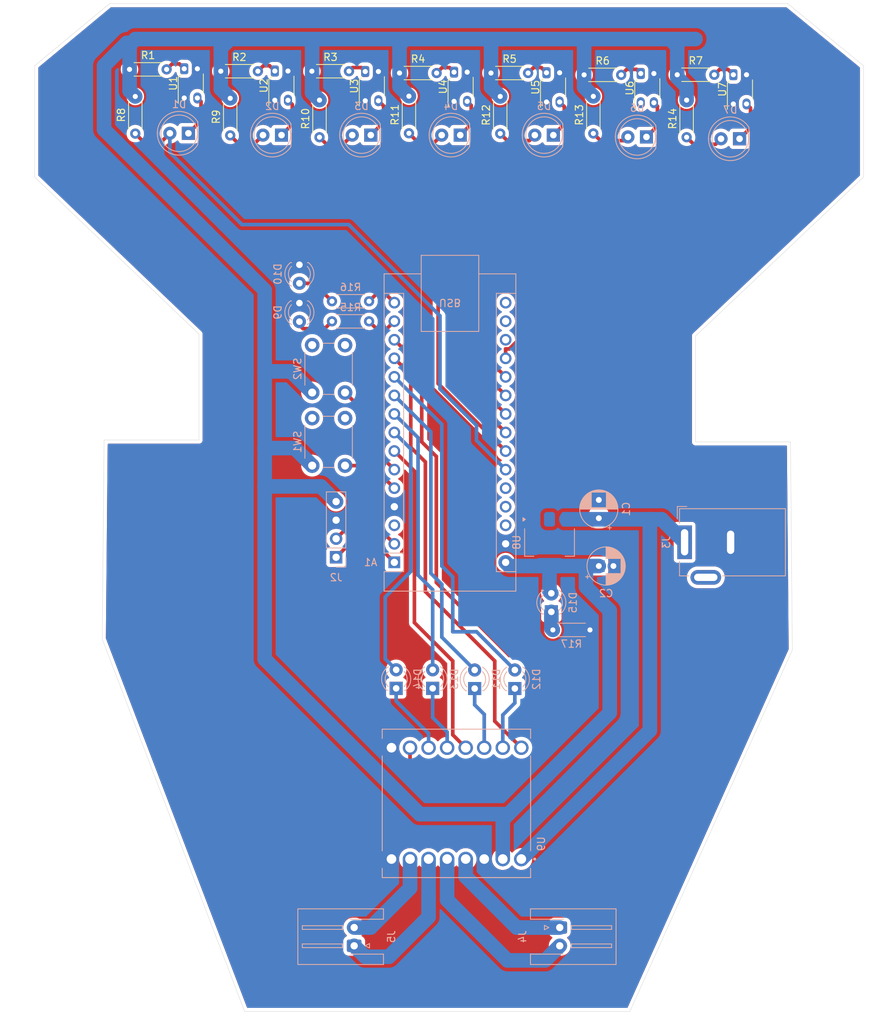
<source format=kicad_pcb>
(kicad_pcb (version 20240108) (generator "pcbnew") (generator_version "8.0")
  (layers (0 "F.Cu" signal) (31 "B.Cu" signal) (34 "B.Paste" user) (35 "F.Paste" user) (36 "B.SilkS" user "B.Silkscreen") (37 "F.SilkS" user "F.Silkscreen") (38 "B.Mask" user) (39 "F.Mask" user) (44 "Edge.Cuts" user))
  (net 0 "")
  (net 1 "Net-(D1-K)")
  (net 2 "A0")
  (net 3 "A1")
  (net 4 "Net-(D2-K)")
  (net 5 "Net-(D3-K)")
  (net 6 "A2")
  (net 7 "A3")
  (net 8 "Net-(D4-K)")
  (net 9 "A4")
  (net 10 "Net-(D5-K)")
  (net 11 "Net-(D6-K)")
  (net 12 "A5")
  (net 13 "A6")
  (net 14 "Net-(D7-K)")
  (net 15 "GND")
  (net 16 "Net-(U6-A)")
  (net 17 "Net-(U1-A)")
  (net 18 "Net-(U2-A)")
  (net 19 "Net-(U3-A)")
  (net 20 "Net-(U4-A)")
  (net 21 "Net-(U5-A)")
  (net 22 "Net-(U7-A)")
  (net 24 "B2")
  (net 26 "INB2")
  (net 29 "INB1")
  (net 30 "INA1")
  (net 31 "STBY")
  (net 34 "RX")
  (net 35 "PWMB")
  (net 36 "B1")
  (net 37 "Net-(A1-D11)")
  (net 38 "INA2")
  (net 39 "IR")
  (net 40 "+5V")
  (net 41 "PWMA")
  (net 42 "TX")
  (net 43 "Net-(A1-D12)")
  (net 44 "+9V")
  (net 45 "Net-(D9-A)")
  (net 46 "Net-(D10-A)")
  (net 47 "Net-(D11-K)")
  (net 48 "Net-(D12-K)")
  (net 49 "Net-(D13-K)")
  (net 50 "Net-(D14-K)")
  (net 51 "Net-(D15-K)")
  (net 52 "MA1")
  (net 53 "MA2")
  (net 54 "MB2")
  (net 55 "MB1")
  (footprint "OptoDevice:OnSemi_CASE100AQ" (layer "F.Cu") (at 135.174999 29.126664)
    (property "Reference" "U4")
    (property "Value" "QRE1113")
  )
  (footprint "Resistor_THT:R_Axial_DIN0204_L3.6mm_D1.6mm_P5.08mm_Horizontal" (layer "F.Cu") (at 116.75 38.04 90)
    (property "Reference" "R10")
    (property "Value" "R")
  )
  (footprint "Resistor_THT:R_Axial_DIN0204_L3.6mm_D1.6mm_P5.08mm_Horizontal" (layer "F.Cu") (at 129 37.5 90)
    (property "Reference" "R11")
    (property "Value" "R")
  )
  (footprint "OptoDevice:OnSemi_CASE100AQ" (layer "F.Cu") (at 98.225 28.666666)
    (property "Reference" "U1")
    (property "Value" "QRE1113")
  )
  (footprint "Resistor_THT:R_Axial_DIN0204_L3.6mm_D1.6mm_P5.08mm_Horizontal" (layer "F.Cu") (at 127.71 29.25)
    (property "Reference" "R4")
    (property "Value" "R")
  )
  (footprint "Resistor_THT:R_Axial_DIN0204_L3.6mm_D1.6mm_P5.08mm_Horizontal" (layer "F.Cu") (at 103.235 29)
    (property "Reference" "R2")
    (property "Value" "R")
  )
  (footprint "Resistor_THT:R_Axial_DIN0204_L3.6mm_D1.6mm_P5.08mm_Horizontal" (layer "F.Cu") (at 154.25 37.525 90)
    (property "Reference" "R13")
    (property "Value" "R")
  )
  (footprint "Resistor_THT:R_Axial_DIN0204_L3.6mm_D1.6mm_P5.08mm_Horizontal" (layer "F.Cu") (at 165.735 29.485)
    (property "Reference" "R7")
    (property "Value" "R")
  )
  (footprint "Resistor_THT:R_Axial_DIN0204_L3.6mm_D1.6mm_P5.08mm_Horizontal" (layer "F.Cu") (at 90.735 28.75)
    (property "Reference" "R1")
    (property "Value" "R")
  )
  (footprint "OptoDevice:OnSemi_CASE100AQ" (layer "F.Cu") (at 123.016666 29.043332)
    (property "Reference" "U3")
    (property "Value" "QRE1113")
  )
  (footprint "OptoDevice:OnSemi_CASE100AQ" (layer "F.Cu") (at 110.633333 28.975)
    (property "Reference" "U2")
    (property "Value" "QRE1113")
  )
  (footprint "Resistor_THT:R_Axial_DIN0204_L3.6mm_D1.6mm_P5.08mm_Horizontal" (layer "F.Cu") (at 140.235 29.25)
    (property "Reference" "R5")
    (property "Value" "R")
  )
  (footprint "Resistor_THT:R_Axial_DIN0204_L3.6mm_D1.6mm_P5.08mm_Horizontal" (layer "F.Cu") (at 141.5 37.54 90)
    (property "Reference" "R12")
    (property "Value" "R")
  )
  (footprint "Resistor_THT:R_Axial_DIN0204_L3.6mm_D1.6mm_P5.08mm_Horizontal" (layer "F.Cu") (at 104.525 37.79 90)
    (property "Reference" "R9")
    (property "Value" "R")
  )
  (footprint "Resistor_THT:R_Axial_DIN0204_L3.6mm_D1.6mm_P5.08mm_Horizontal" (layer "F.Cu") (at 91.525 37.54 90)
    (property "Reference" "R8")
    (property "Value" "R")
  )
  (footprint "Resistor_THT:R_Axial_DIN0204_L3.6mm_D1.6mm_P5.08mm_Horizontal" (layer "F.Cu") (at 152.985 29.5)
    (property "Reference" "R6")
    (property "Value" "R")
  )
  (footprint "OptoDevice:OnSemi_CASE100AQ" (layer "F.Cu") (at 160.741665 29.31833)
    (property "Reference" "U6")
    (property "Value" "QRE1113")
  )
  (footprint "OptoDevice:OnSemi_CASE100AQ" (layer "F.Cu") (at 147.833332 29.209998)
    (property "Reference" "U5")
    (property "Value" "QRE1113")
  )
  (footprint "Resistor_THT:R_Axial_DIN0204_L3.6mm_D1.6mm_P5.08mm_Horizontal" (layer "F.Cu") (at 115.71 29)
    (property "Reference" "R3")
    (property "Value" "R")
  )
  (footprint "OptoDevice:OnSemi_CASE100AQ" (layer "F.Cu") (at 173.425 29.484996)
    (property "Reference" "U7")
    (property "Value" "QRE1113")
  )
  (footprint "Resistor_THT:R_Axial_DIN0204_L3.6mm_D1.6mm_P5.08mm_Horizontal" (layer "F.Cu") (at 167.025 38.04 90)
    (property "Reference" "R14")
    (property "Value" "R")
  )
  (footprint "LED_THT:LED_D5.0mm" (layer "B.Cu") (at 98.8 37.5 180)
    (property "Reference" "D1")
    (property "Value" "LED")
  )
  (footprint "Module:Arduino_Nano" (layer "B.Cu") (at 127 96.25)
    (property "Reference" "A1")
    (property "Value" "Arduino_Nano_v3.x")
  )
  (footprint "LED_THT:LED_D3.0mm" (layer "B.Cu") (at 148.5 103.025 90)
    (property "Reference" "D15")
    (property "Value" "LED")
  )
  (footprint "Button_Switch_THT:SW_PUSH_6mm_H4.3mm" (layer "B.Cu") (at 115.75 76.5 -90)
    (property "Reference" "SW1")
    (property "Value" "SW_Push")
  )
  (footprint "LED_THT:LED_D5.0mm" (layer "B.Cu") (at 123.775 37.75 180)
    (property "Reference" "D3")
    (property "Value" "LED")
  )
  (footprint "LED_THT:LED_D3.0mm" (layer "B.Cu") (at 138 113.525 90)
    (property "Reference" "D11")
    (property "Value" "LED")
  )
  (footprint "ROB-14450:MODULE_ROB-14450" (layer "B.Cu") (at 135.5 129.25 90)
    (property "Reference" "U9")
    (property "Value" "ROB-14450")
  )
  (footprint "Connector_JST:JST_XH_S2B-XH-A-1_1x02_P2.50mm_Horizontal" (layer "B.Cu") (at 149.65 146.25 -90)
    (property "Reference" "J4")
    (property "Value" "Motor A")
  )
  (footprint "Resistor_THT:R_Axial_DIN0204_L3.6mm_D1.6mm_P5.08mm_Horizontal" (layer "B.Cu") (at 123.54 63.25 180)
    (property "Reference" "R15")
    (property "Value" "1k")
  )
  (footprint "Package_TO_SOT_SMD:SOT-223-3_TabPin2" (layer "B.Cu") (at 148.25 93.5 -90)
    (property "Reference" "U8")
    (property "Value" "AMS1117-5.0")
  )
  (footprint "Connector_JST:JST_XH_S2B-XH-A-1_1x02_P2.50mm_Horizontal" (layer "B.Cu") (at 121.5 148.75 90)
    (property "Reference" "J5")
    (property "Value" "Motor B")
  )
  (footprint "LED_THT:LED_D3.0mm" (layer "B.Cu") (at 114 55.5 -90)
    (property "Reference" "D10")
    (property "Value" "LED")
  )
  (footprint "LED_THT:LED_D5.0mm" (layer "B.Cu") (at 174.275 38.25 180)
    (property "Reference" "D7")
    (property "Value" "LED")
  )
  (footprint "LED_THT:LED_D3.0mm" (layer "B.Cu") (at 127.25 113.5 90)
    (property "Reference" "D14")
    (property "Value" "LED")
  )
  (footprint "LED_THT:LED_D3.0mm" (layer "B.Cu") (at 114 60.75 -90)
    (property "Reference" "D9")
    (property "Value" "LED")
  )
  (footprint "Resistor_THT:R_Axial_DIN0204_L3.6mm_D1.6mm_P5.08mm_Horizontal" (layer "B.Cu") (at 123.54 60.5 180)
    (property "Reference" "R16")
    (property "Value" "1k")
  )
  (footprint "Capacitor_THT:CP_Radial_D5.0mm_P2.00mm" (layer "B.Cu") (at 155 96.75)
    (property "Reference" "C2")
    (property "Value" "22u")
  )
  (footprint "LED_THT:LED_D5.0mm" (layer "B.Cu") (at 111.55 37.75 180)
    (property "Reference" "D2")
    (property "Value" "LED")
  )
  (footprint "Connector_BarrelJack:BarrelJack_GCT_DCJ200-10-A_Horizontal" (layer "B.Cu") (at 166.75 93.5 -90)
    (property "Reference" "J3")
    (property "Value" "Input Power")
  )
  (footprint "LED_THT:LED_D5.0mm" (layer "B.Cu") (at 136.025 37.75 180)
    (property "Reference" "D4")
    (property "Value" "LED")
  )
  (footprint "LED_THT:LED_D5.0mm" (layer "B.Cu") (at 148.775 37.75 180)
    (property "Reference" "D5")
    (property "Value" "LED")
  )
  (footprint "LED_THT:LED_D3.0mm" (layer "B.Cu") (at 143.5 113.525 90)
    (property "Reference" "D12")
    (property "Value" "LED")
  )
  (footprint "Connector_PinSocket_2.54mm:PinSocket_1x04_P2.54mm_Vertical" (layer "B.Cu") (at 119.025 95.55)
    (property "Reference" "J2")
    (property "Value" "Bluetooth module")
  )
  (footprint "LED_THT:LED_D5.0mm" (layer "B.Cu") (at 161.525 38 180)
    (property "Reference" "D6")
    (property "Value" "LED")
  )
  (footprint "LED_THT:LED_D3.0mm" (layer "B.Cu") (at 132.25 113.5 90)
    (property "Reference" "D13")
    (property "Value" "LED")
  )
  (footprint "Resistor_THT:R_Axial_DIN0204_L3.6mm_D1.6mm_P5.08mm_Horizontal" (layer "B.Cu") (at 148.71 105.5)
    (property "Reference" "R17")
    (property "Value" "1k")
  )
  (footprint "Button_Switch_THT:SW_PUSH_6mm_H4.3mm" (layer "B.Cu") (at 115.75 66.5 -90)
    (property "Reference" "SW2")
    (property "Value" "SW_Push")
  )
  (footprint "Capacitor_THT:CP_Radial_D5.0mm_P2.50mm" (layer "B.Cu") (at 155 90.205114 90)
    (property "Reference" "C1")
    (property "Value" "22u")
  )
  (gr_line (start 181.5 108.25) (end 181.25 79.75) (stroke (width 0.05)) (layer "Edge.Cuts"))
  (gr_line (start 87.25 79.5) (end 100.25 79.5) (stroke (width 0.05)) (layer "Edge.Cuts"))
  (gr_line (start 191.25 28.25) (end 191.25 43.5) (stroke (width 0.05)) (layer "Edge.Cuts"))
  (gr_line (start 100.25 79.5) (end 100.25 65) (stroke (width 0.05)) (layer "Edge.Cuts"))
  (gr_line (start 168.25 79.75) (end 168.25 65.25) (stroke (width 0.05)) (layer "Edge.Cuts"))
  (gr_line (start 159.25 157.75) (end 181.5 108.25) (stroke (width 0.05)) (layer "Edge.Cuts"))
  (gr_line (start 106.5 157.75) (end 159.25 157.75) (stroke (width 0.05)) (layer "Edge.Cuts"))
  (gr_line (start 100.25 65) (end 77.75 43.5) (stroke (width 0.05)) (layer "Edge.Cuts"))
  (gr_line (start 181.25 79.75) (end 168.25 79.75) (stroke (width 0.05)) (layer "Edge.Cuts"))
  (gr_line (start 191.25 28.25) (end 180.875 19.75) (stroke (width 0.05)) (layer "Edge.Cuts"))
  (gr_line (start 168.25 65.25) (end 191.25 43.5) (stroke (width 0.05)) (layer "Edge.Cuts"))
  (gr_line (start 88 19.75) (end 180.875 19.75) (stroke (width 0.05)) (layer "Edge.Cuts"))
  (gr_line (start 87 106.75) (end 106.5 157.75) (stroke (width 0.05)) (layer "Edge.Cuts"))
  (gr_line (start 77.75 28.25) (end 88 19.75) (stroke (width 0.05)) (layer "Edge.Cuts"))
  (gr_line (start 87 106.75) (end 87.25 79.5) (stroke (width 0.05)) (layer "Edge.Cuts"))
  (gr_line (start 77.75 28.25) (end 77.75 43.5) (stroke (width 0.05)) (layer "Edge.Cuts"))
  (segment (start 100.525 33.166666) (end 100.525 35.775) (width 0.5) (layer "F.Cu") (net 1))
  (segment (start 100.525 35.775) (end 98.8 37.5) (width 0.5) (layer "F.Cu") (net 1))
  (segment (start 100.025 32.666666) (end 100.525 33.166666) (width 0.5) (layer "F.Cu") (net 1))
  (segment (start 164.25 47.5) (end 169.775 41.975) (width 0.5) (layer "F.Cu") (net 2))
  (segment (start 142.24 67.02) (end 142.757767 67.02) (width 0.5) (layer "F.Cu") (net 2))
  (segment (start 169.775 41.975) (end 169.775 39) (width 0.5) (layer "F.Cu") (net 2))
  (segment (start 142.24 68.31) (end 142.24 67.02) (width 0.5) (layer "F.Cu") (net 2))
  (segment (start 152.25 47.5) (end 164.25 47.5) (width 0.5) (layer "F.Cu") (net 2))
  (segment (start 169.775 39) (end 167.985 39) (width 0.5) (layer "F.Cu") (net 2))
  (segment (start 145.5 64.277767) (end 145.5 54.25) (width 0.5) (layer "F.Cu") (net 2))
  (segment (start 145.5 54.25) (end 152.25 47.5) (width 0.5) (layer "F.Cu") (net 2))
  (segment (start 167.985 39) (end 167.025 38.04) (width 0.5) (layer "F.Cu") (net 2))
  (segment (start 171.735 38.25) (end 170.985 39) (width 0.5) (layer "F.Cu") (net 2))
  (segment (start 142.757767 67.02) (end 145.5 64.277767) (width 0.5) (layer "F.Cu") (net 2))
  (segment (start 170.985 39) (end 169.775 39) (width 0.5) (layer "F.Cu") (net 2))
  (segment (start 157.025 40.5) (end 157.025 38.5) (width 0.5) (layer "F.Cu") (net 3))
  (segment (start 155.775 41.75) (end 157.025 40.5) (width 0.5) (layer "F.Cu") (net 3))
  (segment (start 139.435001 47.25) (end 144.935001 41.75) (width 0.5) (layer "F.Cu") (net 3))
  (segment (start 139.435001 68.045001) (end 142.24 70.85) (width 0.5) (layer "F.Cu") (net 3))
  (segment (start 158.985 38) (end 158.485 38.5) (width 0.5) (layer "F.Cu") (net 3))
  (segment (start 144.935001 41.75) (end 155.775 41.75) (width 0.5) (layer "F.Cu") (net 3))
  (segment (start 157.025 38.5) (end 155.225 38.5) (width 0.5) (layer "F.Cu") (net 3))
  (segment (start 158.485 38.5) (end 157.025 38.5) (width 0.5) (layer "F.Cu") (net 3))
  (segment (start 155.225 38.5) (end 154.25 37.525) (width 0.5) (layer "F.Cu") (net 3))
  (segment (start 139.435001 47.25) (end 139.435001 68.045001) (width 0.5) (layer "F.Cu") (net 3))
  (segment (start 113.025 36.275) (end 111.55 37.75) (width 0.5) (layer "F.Cu") (net 4))
  (segment (start 113.025 33.566667) (end 113.025 36.275) (width 0.5) (layer "F.Cu") (net 4))
  (segment (start 112.433333 32.975) (end 113.025 33.566667) (width 0.5) (layer "F.Cu") (net 4))
  (segment (start 125.525 33.751666) (end 125.525 36) (width 0.5) (layer "F.Cu") (net 5))
  (segment (start 124.816666 33.043332) (end 125.525 33.751666) (width 0.5) (layer "F.Cu") (net 5))
  (segment (start 125.525 36) (end 123.775 37.75) (width 0.5) (layer "F.Cu") (net 5))
  (segment (start 144.025 40.75) (end 143.395001 40.75) (width 0.5) (layer "F.Cu") (net 6))
  (segment (start 142.46 38.5) (end 141.5 37.54) (width 0.5) (layer "F.Cu") (net 6))
  (segment (start 145.485 38.5) (end 144.525 38.5) (width 0.5) (layer "F.Cu") (net 6))
  (segment (start 143.395001 40.75) (end 137.75 46.395001) (width 0.5) (layer "F.Cu") (net 6))
  (segment (start 137.75 46.395001) (end 137.75 68.9) (width 0.5) (layer "F.Cu") (net 6))
  (segment (start 146.235 37.75) (end 145.485 38.5) (width 0.5) (layer "F.Cu") (net 6))
  (segment (start 137.75 68.9) (end 142.24 73.39) (width 0.5) (layer "F.Cu") (net 6))
  (segment (start 144.525 38.5) (end 144.525 40.25) (width 0.5) (layer "F.Cu") (net 6))
  (segment (start 144.525 38.5) (end 142.46 38.5) (width 0.5) (layer "F.Cu") (net 6))
  (segment (start 144.525 40.25) (end 144.025 40.75) (width 0.5) (layer "F.Cu") (net 6))
  (segment (start 131.5 38.75) (end 136 43.25) (width 0.5) (layer "F.Cu") (net 7))
  (segment (start 133.485 37.75) (end 132.485 38.75) (width 0.5) (layer "F.Cu") (net 7))
  (segment (start 132.485 38.75) (end 131.275 38.75) (width 0.5) (layer "F.Cu") (net 7))
  (segment (start 131.275 38.75) (end 131.5 38.75) (width 0.5) (layer "F.Cu") (net 7))
  (segment (start 136 69.69) (end 142.24 75.93) (width 0.5) (layer "F.Cu") (net 7))
  (segment (start 136 43.25) (end 136 69.69) (width 0.5) (layer "F.Cu") (net 7))
  (segment (start 130.25 38.75) (end 129 37.5) (width 0.5) (layer "F.Cu") (net 7))
  (segment (start 131.275 38.75) (end 130.25 38.75) (width 0.5) (layer "F.Cu") (net 7))
  (segment (start 137.525 33.676665) (end 137.525 36.25) (width 0.5) (layer "F.Cu") (net 8))
  (segment (start 137.525 36.25) (end 136.025 37.75) (width 0.5) (layer "F.Cu") (net 8))
  (segment (start 136.974999 33.126664) (end 137.525 33.676665) (width 0.5) (layer "F.Cu") (net 8))
  (segment (start 117.71 39) (end 119.025 39) (width 0.5) (layer "F.Cu") (net 9))
  (segment (start 134.5 70.73) (end 142.24 78.47) (width 0.5) (layer "F.Cu") (net 9))
  (segment (start 119.025 39) (end 119.985 39) (width 0.5) (layer "F.Cu") (net 9))
  (segment (start 119.985 39) (end 121.235 37.75) (width 0.5) (layer "F.Cu") (net 9))
  (segment (start 130.5 41.25) (end 134.5 45.25) (width 0.5) (layer "F.Cu") (net 9))
  (segment (start 116.75 38.04) (end 117.71 39) (width 0.5) (layer "F.Cu") (net 9))
  (segment (start 119.025 39) (end 119.025 39.75) (width 0.5) (layer "F.Cu") (net 9))
  (segment (start 119.025 39.75) (end 120.525 41.25) (width 0.5) (layer "F.Cu") (net 9))
  (segment (start 120.525 41.25) (end 130.5 41.25) (width 0.5) (layer "F.Cu") (net 9))
  (segment (start 134.5 45.25) (end 134.5 70.73) (width 0.5) (layer "F.Cu") (net 9))
  (segment (start 149.633332 33.209998) (end 150.275 33.851666) (width 0.5) (layer "F.Cu") (net 10))
  (segment (start 150.275 33.851666) (end 150.275 36.25) (width 0.5) (layer "F.Cu") (net 10))
  (segment (start 150.275 36.25) (end 148.775 37.75) (width 0.5) (layer "F.Cu") (net 10))
  (segment (start 163.025 33.801665) (end 163.025 36.5) (width 0.5) (layer "F.Cu") (net 11))
  (segment (start 163.025 36.5) (end 161.525 38) (width 0.5) (layer "F.Cu") (net 11))
  (segment (start 162.541665 33.31833) (end 163.025 33.801665) (width 0.5) (layer "F.Cu") (net 11))
  (segment (start 104.525 37.79) (end 105.735 39) (width 0.5) (layer "F.Cu") (net 12))
  (segment (start 106.775 39) (end 107.76 39) (width 0.5) (layer "F.Cu") (net 12))
  (segment (start 106.775 40.525) (end 109 42.75) (width 0.5) (layer "F.Cu") (net 12))
  (segment (start 106.775 39) (end 106.775 40.525) (width 0.5) (layer "F.Cu") (net 12))
  (segment (start 133 71.77) (end 142.24 81.01) (width 0.5) (layer "F.Cu") (net 12))
  (segment (start 105.735 39) (end 106.775 39) (width 0.5) (layer "F.Cu") (net 12))
  (segment (start 107.76 39) (end 109.01 37.75) (width 0.5) (layer "F.Cu") (net 12))
  (segment (start 133 50.975) (end 133 71.77) (width 0.5) (layer "F.Cu") (net 12))
  (segment (start 124.775 42.75) (end 133 50.975) (width 0.5) (layer "F.Cu") (net 12))
  (segment (start 109 42.75) (end 124.775 42.75) (width 0.5) (layer "F.Cu") (net 12))
  (segment (start 92.485 38.5) (end 94.275 38.5) (width 0.5) (layer "F.Cu") (net 13))
  (segment (start 94.275 38.5) (end 95.26 38.5) (width 0.5) (layer "F.Cu") (net 13))
  (segment (start 95.26 38.5) (end 96.26 37.5) (width 0.5) (layer "F.Cu") (net 13))
  (segment (start 91.525 37.54) (end 92.485 38.5) (width 0.5) (layer "F.Cu") (net 13))
  (segment (start 120.75 50) (end 133.25 62.5) (width 0.5) (layer "B.Cu") (net 13))
  (segment (start 106.14 50) (end 120.75 50) (width 0.5) (layer "B.Cu") (net 13))
  (segment (start 96.26 40.12) (end 106.14 50) (width 0.5) (layer "B.Cu") (net 13))
  (segment (start 96.26 37.5) (end 96.26 40.12) (width 0.5) (layer "B.Cu") (net 13))
  (segment (start 133.25 72.5) (end 138.25 77.5) (width 0.5) (layer "B.Cu") (net 13))
  (segment (start 138.25 79.56) (end 142.24 83.55) (width 0.5) (layer "B.Cu") (net 13))
  (segment (start 138.25 77.5) (end 138.25 79.56) (width 0.5) (layer "B.Cu") (net 13))
  (segment (start 133.25 62.5) (end 133.25 72.5) (width 0.5) (layer "B.Cu") (net 13))
  (segment (start 175.775 36.75) (end 174.275 38.25) (width 0.5) (layer "F.Cu") (net 14))
  (segment (start 175.225 33.484996) (end 175.775 34.034996) (width 0.5) (layer "F.Cu") (net 14))
  (segment (start 175.775 34.034996) (end 175.775 36.75) (width 0.5) (layer "F.Cu") (net 14))
  (segment (start 158.815 28.75) (end 160.173335 28.75) (width 0.5) (layer "F.Cu") (net 16))
  (segment (start 160.173335 28.75) (end 160.741665 29.31833) (width 0.5) (layer "F.Cu") (net 16))
  (segment (start 158.065 29.5) (end 158.815 28.75) (width 0.5) (layer "F.Cu") (net 16))
  (segment (start 97.558334 28) (end 98.225 28.666666) (width 0.5) (layer "F.Cu") (net 17))
  (segment (start 95.815 28.75) (end 96.565 28) (width 0.5) (layer "F.Cu") (net 17))
  (segment (start 96.565 28) (end 97.558334 28) (width 0.5) (layer "F.Cu") (net 17))
  (segment (start 108.315 29) (end 109.065 28.25) (width 0.5) (layer "F.Cu") (net 18))
  (segment (start 109.065 28.25) (end 109.908333 28.25) (width 0.5) (layer "F.Cu") (net 18))
  (segment (start 109.908333 28.25) (end 110.633333 28.975) (width 0.5) (layer "F.Cu") (net 18))
  (segment (start 120.79 29) (end 121.29 28.5) (width 0.5) (layer "F.Cu") (net 19))
  (segment (start 121.29 28.5) (end 122.473334 28.5) (width 0.5) (layer "F.Cu") (net 19))
  (segment (start 122.473334 28.5) (end 123.016666 29.043332) (width 0.5) (layer "F.Cu") (net 19))
  (segment (start 132.79 29.25) (end 133.54 28.5) (width 0.5) (layer "F.Cu") (net 20))
  (segment (start 134.548335 28.5) (end 135.174999 29.126664) (width 0.5) (layer "F.Cu") (net 20))
  (segment (start 133.54 28.5) (end 134.548335 28.5) (width 0.5) (layer "F.Cu") (net 20))
  (segment (start 146.065 28.5) (end 147.123334 28.5) (width 0.5) (layer "F.Cu") (net 21))
  (segment (start 145.315 29.25) (end 146.065 28.5) (width 0.5) (layer "F.Cu") (net 21))
  (segment (start 147.123334 28.5) (end 147.833332 29.209998) (width 0.5) (layer "F.Cu") (net 21))
  (segment (start 170.815 29.485) (end 171.55 28.75) (width 0.5) (layer "F.Cu") (net 22))
  (segment (start 172.690004 28.75) (end 173.425 29.484996) (width 0.5) (layer "F.Cu") (net 22))
  (segment (start 171.55 28.75) (end 172.690004 28.75) (width 0.5) (layer "F.Cu") (net 22))
  (segment (start 123.5 76.250001) (end 123.5 80.05) (width 0.5) (layer "F.Cu") (net 24))
  (segment (start 120.25 73.000001) (end 123.5 76.250001) (width 0.5) (layer "F.Cu") (net 24))
  (segment (start 123.5 80.05) (end 127 83.55) (width 0.5) (layer "F.Cu") (net 24))
  (segment (start 133.5 77.35) (end 127 70.85) (width 0.5) (layer "B.Cu") (net 26))
  (segment (start 135 105.75) (end 135 98.25) (width 0.5) (layer "B.Cu") (net 26))
  (segment (start 143.5 110.985) (end 138.265 105.75) (width 0.5) (layer "B.Cu") (net 26))
  (segment (start 135 98.25) (end 133.5 96.75) (width 0.5) (layer "B.Cu") (net 26))
  (segment (start 138.265 105.75) (end 135 105.75) (width 0.5) (layer "B.Cu") (net 26))
  (segment (start 133.5 96.75) (end 133.5 77.35) (width 0.5) (layer "B.Cu") (net 26))
  (segment (start 132 97.75) (end 132 78.39) (width 0.5) (layer "B.Cu") (net 29))
  (segment (start 138 110.985) (end 133.5 106.485) (width 0.5) (layer "B.Cu") (net 29))
  (segment (start 133.5 99.25) (end 132 97.75) (width 0.5) (layer "B.Cu") (net 29))
  (segment (start 132 78.39) (end 127 73.39) (width 0.5) (layer "B.Cu") (net 29))
  (segment (start 133.5 106.485) (end 133.5 99.25) (width 0.5) (layer "B.Cu") (net 29))
  (segment (start 125.75 109.46) (end 125.75 101) (width 0.5) (layer "B.Cu") (net 30))
  (segment (start 129.25 97.5) (end 129.25 80.719999) (width 0.5) (layer "B.Cu") (net 30))
  (segment (start 127.25 110.96) (end 125.75 109.46) (width 0.5) (layer "B.Cu") (net 30))
  (segment (start 125.75 101) (end 129.25 97.5) (width 0.5) (layer "B.Cu") (net 30))
  (segment (start 129.25 80.719999) (end 127 78.469999) (width 0.5) (layer "B.Cu") (net 30))
  (segment (start 136.77 121.63) (end 135 119.86) (width 0.5) (layer "F.Cu") (net 31))
  (segment (start 127.01 81.01) (end 127 81.01) (width 0.5) (layer "F.Cu") (net 31))
  (segment (start 135 119.86) (end 135 109.75) (width 0.5) (layer "F.Cu") (net 31))
  (segment (start 129.75 104.5) (end 129.75 83.75) (width 0.5) (layer "F.Cu") (net 31))
  (segment (start 135 109.75) (end 129.75 104.5) (width 0.5) (layer "F.Cu") (net 31))
  (segment (start 129.75 83.75) (end 127.01 81.01) (width 0.5) (layer "F.Cu") (net 31))
  (segment (start 119.025 95.55) (end 120.825 93.75) (width 0.5) (layer "F.Cu") (net 34))
  (segment (start 124.5 93.75) (end 127 96.25) (width 0.5) (layer "F.Cu") (net 34))
  (segment (start 120.825 93.75) (end 124.5 93.75) (width 0.5) (layer "F.Cu") (net 34))
  (segment (start 132.75 81.75) (end 130.75 79.75) (width 0.5) (layer "F.Cu") (net 35))
  (segment (start 130.75 69.52) (end 127 65.77) (width 0.5) (layer "F.Cu") (net 35))
  (segment (start 129.15 121.63) (end 129.15 123.9) (width 0.5) (layer "F.Cu") (net 35))
  (segment (start 142.75 109) (end 132.75 99) (width 0.5) (layer "F.Cu") (net 35))
  (segment (start 144.5 125) (end 147 122.5) (width 0.5) (layer "F.Cu") (net 35))
  (segment (start 130.25 125) (end 144.5 125) (width 0.5) (layer "F.Cu") (net 35))
  (segment (start 132.75 99) (end 132.75 81.75) (width 0.5) (layer "F.Cu") (net 35))
  (segment (start 147 122.5) (end 147 110.5) (width 0.5) (layer "F.Cu") (net 35))
  (segment (start 145.5 109) (end 142.75 109) (width 0.5) (layer "F.Cu") (net 35))
  (segment (start 130.75 79.75) (end 130.75 69.52) (width 0.5) (layer "F.Cu") (net 35))
  (segment (start 129.15 123.9) (end 130.25 125) (width 0.5) (layer "F.Cu") (net 35))
  (segment (start 147 110.5) (end 145.5 109) (width 0.5) (layer "F.Cu") (net 35))
  (segment (start 123.910001 83.000001) (end 127 86.09) (width 0.5) (layer "F.Cu") (net 36))
  (segment (start 120.25 83.000001) (end 123.910001 83.000001) (width 0.5) (layer "F.Cu") (net 36))
  (segment (start 123.54 63.25) (end 124.75 64.46) (width 0.5) (layer "F.Cu") (net 37))
  (segment (start 125.73 64.5) (end 127 63.23) (width 0.5) (layer "F.Cu") (net 37))
  (segment (start 124.75 64.5) (end 125.73 64.5) (width 0.5) (layer "F.Cu") (net 37))
  (segment (start 124.75 64.46) (end 124.75 64.5) (width 0.5) (layer "F.Cu") (net 37))
  (segment (start 132.25 110.96) (end 132.25 100) (width 0.5) (layer "B.Cu") (net 38))
  (segment (start 130.25 98) (end 130.25 79.18) (width 0.5) (layer "B.Cu") (net 38))
  (segment (start 130.25 79.18) (end 127 75.93) (width 0.5) (layer "B.Cu") (net 38))
  (segment (start 132.25 100) (end 130.25 98) (width 0.5) (layer "B.Cu") (net 38))
  (segment (start 90.735 28.75) (end 90.525 28.96) (width 0.5) (layer "F.Cu") (net 40))
  (segment (start 91.485001 32.460001) (end 91.525 32.460001) (width 0.5) (layer "F.Cu") (net 40))
  (segment (start 152.99 24.85) (end 152.99 31.185001) (width 2) (layer "B.Cu") (net 40))
  (segment (start 109.24 80.6) (end 109.24 70.1) (width 2) (layer "B.Cu") (net 40))
  (segment (start 142.615 130.725) (end 141.85 131.49) (width 2) (layer "B.Cu") (net 40))
  (segment (start 127.71 31.130001) (end 129 32.420001) (width 2) (layer "B.Cu") (net 40))
  (segment (start 109.24 70.1) (end 112.85 70.1) (width 2) (layer "B.Cu") (net 40))
  (segment (start 109.24 85.85) (end 116.945 85.85) (width 2) (layer "B.Cu") (net 40))
  (segment (start 152.99 31.185001) (end 154.25 32.445001) (width 2) (layer "B.Cu") (net 40))
  (segment (start 115.74 25.1) (end 115.74 31.950001) (width 2) (layer "B.Cu") (net 40))
  (segment (start 127.71 25.38) (end 127.71 31.130001) (width 2) (layer "B.Cu") (net 40))
  (segment (start 148.25 96.649999) (end 148.25 100.235) (width 2) (layer "B.Cu") (net 40))
  (segment (start 148.25 100.235) (end 148.5 100.485) (width 2) (layer "B.Cu") (net 40))
  (segment (start 109.24 85.85) (end 109.24 80.6) (width 2) (layer "B.Cu") (net 40))
  (segment (start 153.24 96.75) (end 142.74 96.75) (width 2) (layer "B.Cu") (net 40))
  (segment (start 113.35 80.6) (end 115.75 83) (width 2) (layer "B.Cu") (net 40))
  (segment (start 115.74 31.950001) (end 116.75 32.960001) (width 2) (layer "B.Cu") (net 40))
  (segment (start 128.49 24.6) (end 127.71 25.38) (width 2) (layer "B.Cu") (net 40))
  (segment (start 87.25 36.985) (end 87.25 28.25) (width 2) (layer "B.Cu") (net 40))
  (segment (start 165.74 29.85) (end 167.025 31.135) (width 2) (layer "B.Cu") (net 40))
  (segment (start 153.24 24.6) (end 164.74 24.6) (width 2) (layer "B.Cu") (net 40))
  (segment (start 90.37184 25.12816) (end 91.01816 25.12816) (width 2) (layer "B.Cu") (net 40))
  (segment (start 153.24 96.75) (end 153.24 99.6) (width 2) (layer "B.Cu") (net 40))
  (segment (start 155 96.75) (end 153.24 96.75) (width 2) (layer "B.Cu") (net 40))
  (segment (start 103.24 25.85) (end 103.24 31.425001) (width 2) (layer "B.Cu") (net 40))
  (segment (start 103.24 31.425001) (end 104.525 32.710001) (width 2) (layer "B.Cu") (net 40))
  (segment (start 140.24 31.200001) (end 141.5 32.460001) (width 2) (layer "B.Cu") (net 40))
  (segment (start 164.74 24.6) (end 168.24 24.6) (width 2) (layer "B.Cu") (net 40))
  (segment (start 142.74 96.75) (end 142.24 96.25) (width 2) (layer "B.Cu") (net 40))
  (segment (start 128.49 24.6) (end 140.74 24.6) (width 2) (layer "B.Cu") (net 40))
  (segment (start 115.24 24.6) (end 115.74 25.1) (width 2) (layer "B.Cu") (net 40))
  (segment (start 140.24 25.1) (end 140.24 31.200001) (width 2) (layer "B.Cu") (net 40))
  (segment (start 87.25 28.25) (end 90.37184 25.12816) (width 2) (layer "B.Cu") (net 40))
  (segment (start 91.01816 25.12816) (end 90.75 25.39632) (width 2) (layer "B.Cu") (net 40))
  (segment (start 142.615 130.725) (end 130.475 130.725) (width 2) (layer "B.Cu") (net 40))
  (segment (start 109.24 58.975) (end 87.25 36.985) (width 2) (layer "B.Cu") (net 40))
  (segment (start 90.75 25.39632) (end 90.75 31.685001) (width 2) (layer "B.Cu") (net 40))
  (segment (start 156.49 102.85) (end 156.49 116.85) (width 2) (layer "B.Cu") (net 40))
  (segment (start 102.74 24.6) (end 115.24 24.6) (width 2) (layer "B.Cu") (net 40))
  (segment (start 115.24 24.6) (end 128.49 24.6) (width 2) (layer "B.Cu") (net 40))
  (segment (start 91.54632 24.6) (end 102.74 24.6) (width 2) (layer "B.Cu") (net 40))
  (segment (start 116.945 85.85) (end 119.025 87.93) (width 2) (layer "B.Cu") (net 40))
  (segment (start 153.24 24.6) (end 152.99 24.85) (width 2) (layer "B.Cu") (net 40))
  (segment (start 167.025 31.135) (end 167.025 32.960001) (width 2) (layer "B.Cu") (net 40))
  (segment (start 90.75 31.685001) (end 91.525 32.460001) (width 2) (layer "B.Cu") (net 40))
  (segment (start 141.85 131.49) (end 141.85 136.87) (width 2) (layer "B.Cu") (net 40))
  (segment (start 112.85 70.1) (end 115.75 73) (width 2) (layer "B.Cu") (net 40))
  (segment (start 109.24 109.49) (end 109.24 85.85) (width 2) (layer "B.Cu") (net 40))
  (segment (start 109.24 80.6) (end 113.35 80.6) (width 2) (layer "B.Cu") (net 40))
  (segment (start 140.74 24.6) (end 153.24 24.6) (width 2) (layer "B.Cu") (net 40))
  (segment (start 156.49 116.85) (end 142.615 130.725) (width 2) (layer "B.Cu") (net 40))
  (segment (start 153.24 99.6) (end 156.49 102.85) (width 2) (layer "B.Cu") (net 40))
  (segment (start 91.01816 25.12816) (end 91.54632 24.6) (width 2) (layer "B.Cu") (net 40))
  (segment (start 130.475 130.725) (end 109.24 109.49) (width 2) (layer "B.Cu") (net 40))
  (segment (start 164.74 24.6) (end 165.74 25.6) (width 2) (layer "B.Cu") (net 40))
  (segment (start 104.49 24.6) (end 103.24 25.85) (width 2) (layer "B.Cu") (net 40))
  (segment (start 109.24 70.1) (end 109.24 58.975) (width 2) (layer "B.Cu") (net 40))
  (segment (start 140.74 24.6) (end 140.24 25.1) (width 2) (layer "B.Cu") (net 40))
  (segment (start 165.74 25.6) (end 165.74 29.85) (width 2) (layer "B.Cu") (net 40))
  (segment (start 140.75 117.99) (end 140.75 109.75) (width 0.5) (layer "F.Cu") (net 41))
  (segment (start 131.25 100.25) (end 131.25 82.5) (width 0.5) (layer "F.Cu") (net 41))
  (segment (start 144.39 121.63) (end 140.75 117.99) (width 0.5) (layer "F.Cu") (net 41))
  (segment (start 129.25 80.5) (end 129.25 70.560001) (width 0.5) (layer "F.Cu") (net 41))
  (segment (start 131.25 82.5) (end 129.25 80.5) (width 0.5) (layer "F.Cu") (net 41))
  (segment (start 140.75 109.75) (end 131.25 100.25) (width 0.5) (layer "F.Cu") (net 41))
  (segment (start 129.25 70.560001) (end 127 68.310001) (width 0.5) (layer "F.Cu") (net 41))
  (segment (start 125.04 91.75) (end 127 93.71) (width 0.5) (layer "F.Cu") (net 42))
  (segment (start 120.285 91.75) (end 125.04 91.75) (width 0.5) (layer "F.Cu") (net 42))
  (segment (start 119.025 93.01) (end 120.285 91.75) (width 0.5) (layer "F.Cu") (net 42))
  (segment (start 125.56 59.25) (end 127 60.69) (width 0.5) (layer "F.Cu") (net 43))
  (segment (start 123.54 60.5) (end 124.79 59.25) (width 0.5) (layer "F.Cu") (net 43))
  (segment (start 124.79 59.25) (end 125.56 59.25) (width 0.5) (layer "F.Cu") (net 43))
  (segment (start 163.6 90.35) (end 161.99 90.35) (width 2) (layer "B.Cu") (net 44))
  (segment (start 161.99 90.35) (end 161.99 119.27) (width 2) (layer "B.Cu") (net 44))
  (segment (start 161.99 90.35) (end 150.55 90.35) (width 2) (layer "B.Cu") (net 44))
  (segment (start 161.99 119.27) (end 144.39 136.87) (width 2) (layer "B.Cu") (net 44))
  (segment (start 166.75 93.5) (end 163.6 90.35) (width 2) (layer "B.Cu") (net 44))
  (segment (start 114.5 64.25) (end 117.460001 64.25) (width 0.5) (layer "F.Cu") (net 45))
  (segment (start 114 63.29) (end 114 63.75) (width 0.5) (layer "F.Cu") (net 45))
  (segment (start 114 63.75) (end 114.5 64.25) (width 0.5) (layer "F.Cu") (net 45))
  (segment (start 117.460001 64.25) (end 118.460001 63.25) (width 0.5) (layer "F.Cu") (net 45))
  (segment (start 116.000001 58.04) (end 118.460001 60.5) (width 0.5) (layer "F.Cu") (net 46))
  (segment (start 114 58.04) (end 116.000001 58.04) (width 0.5) (layer "F.Cu") (net 46))
  (segment (start 139.31 117.06) (end 138 115.75) (width 0.5) (layer "B.Cu") (net 47))
  (segment (start 138 115.75) (end 138 113.525) (width 0.5) (layer "B.Cu") (net 47))
  (segment (start 139.31 121.63) (end 139.31 117.06) (width 0.5) (layer "B.Cu") (net 47))
  (segment (start 141.85 117.15) (end 143.5 115.5) (width 0.5) (layer "B.Cu") (net 48))
  (segment (start 143.5 115.5) (end 143.5 113.525) (width 0.5) (layer "B.Cu") (net 48))
  (segment (start 141.85 121.63) (end 141.85 117.15) (width 0.5) (layer "B.Cu") (net 48))
  (segment (start 134.23 119.48) (end 132.25 117.5) (width 0.5) (layer "B.Cu") (net 49))
  (segment (start 134.23 121.63) (end 134.23 119.48) (width 0.5) (layer "B.Cu") (net 49))
  (segment (start 132.25 117.5) (end 132.25 113.5) (width 0.5) (layer "B.Cu") (net 49))
  (segment (start 131.69 121.63) (end 131.69 119.69) (width 0.5) (layer "B.Cu") (net 50))
  (segment (start 131.69 119.69) (end 127.25 115.25) (width 0.5) (layer "B.Cu") (net 50))
  (segment (start 127.25 115.25) (end 127.25 113.5) (width 0.5) (layer "B.Cu") (net 50))
  (segment (start 148.5 103.025) (end 148.5 105.29) (width 2) (layer "B.Cu") (net 51))
  (segment (start 148.5 105.29) (end 148.71 105.5) (width 2) (layer "B.Cu") (net 51))
  (segment (start 143.75 146.25) (end 149.65 146.25) (width 2) (layer "B.Cu") (net 52))
  (segment (start 136.77 136.87) (end 136.77 139.27) (width 2) (layer "B.Cu") (net 52))
  (segment (start 136.77 139.27) (end 143.75 146.25) (width 2) (layer "B.Cu") (net 52))
  (segment (start 147.65 150.75) (end 149.65 148.75) (width 2) (layer "B.Cu") (net 53))
  (segment (start 134.23 136.87) (end 134.23 142.48) (width 2) (layer "B.Cu") (net 53))
  (segment (start 142.5 150.75) (end 147.65 150.75) (width 2) (layer "B.Cu") (net 53))
  (segment (start 134.23 142.48) (end 142.5 150.75) (width 2) (layer "B.Cu") (net 53))
  (segment (start 131.69 144.81) (end 126.25 150.25) (width 2) (layer "B.Cu") (net 54))
  (segment (start 123 150.25) (end 121.5 148.75) (width 2) (layer "B.Cu") (net 54))
  (segment (start 126.25 150.25) (end 123 150.25) (width 2) (layer "B.Cu") (net 54))
  (segment (start 131.69 136.87) (end 131.69 144.81) (width 2) (layer "B.Cu") (net 54))
  (segment (start 123.75 146.25) (end 121.5 146.25) (width 2) (layer "B.Cu") (net 55))
  (segment (start 129.15 140.85) (end 123.75 146.25) (width 2) (layer "B.Cu") (net 55))
  (segment (start 129.15 136.87) (end 129.15 140.85) (width 2) (layer "B.Cu") (net 55))
  (zone (net 15) (net_name "GND") (layers "F&B.Cu") (connect_pads yes (clearance 0.5)) (min_thickness 0.25) (fill yes (thermal_gap 0.5) (thermal_bridge_width 0.5))
    (polygon (pts (xy 192 19.25) (xy 192 159.5) (xy 73 159.5) (xy 73.25 19.25) (xy 75.25 19.25)))
  )
)
</source>
